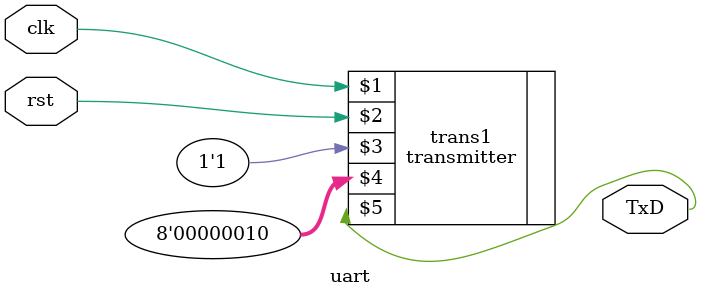
<source format=v>
`include "./transmitter.v"

module uart(clk, rst, TxD);
	input clk;		
	input rst;
	output TxD;
	transmitter trans1(clk, rst, 1'd1, 8'd2, TxD);
	
endmodule 
</source>
